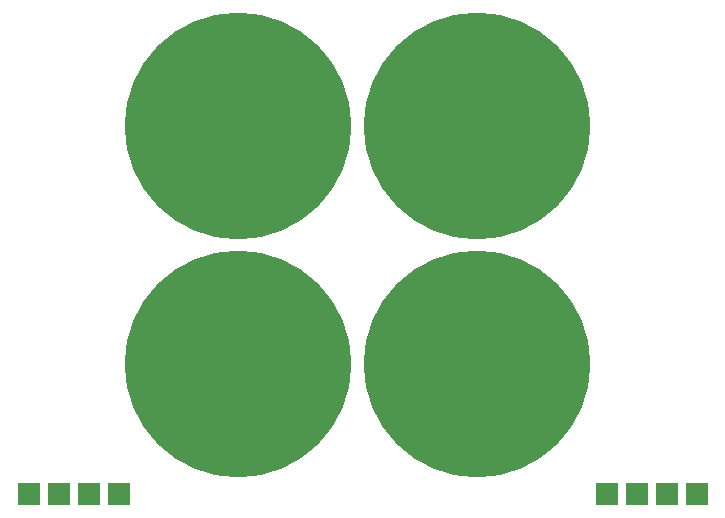
<source format=gbr>
%TF.GenerationSoftware,KiCad,Pcbnew,6.0.4-6f826c9f35~116~ubuntu20.04.1*%
%TF.CreationDate,2022-07-25T08:19:09+00:00*%
%TF.ProjectId,4XLTO1865V02A,34584c54-4f31-4383-9635-563032412e6b,rev?*%
%TF.SameCoordinates,Original*%
%TF.FileFunction,Soldermask,Bot*%
%TF.FilePolarity,Negative*%
%FSLAX46Y46*%
G04 Gerber Fmt 4.6, Leading zero omitted, Abs format (unit mm)*
G04 Created by KiCad (PCBNEW 6.0.4-6f826c9f35~116~ubuntu20.04.1) date 2022-07-25 08:19:09*
%MOMM*%
%LPD*%
G01*
G04 APERTURE LIST*
G04 Aperture macros list*
%AMRoundRect*
0 Rectangle with rounded corners*
0 $1 Rounding radius*
0 $2 $3 $4 $5 $6 $7 $8 $9 X,Y pos of 4 corners*
0 Add a 4 corners polygon primitive as box body*
4,1,4,$2,$3,$4,$5,$6,$7,$8,$9,$2,$3,0*
0 Add four circle primitives for the rounded corners*
1,1,$1+$1,$2,$3*
1,1,$1+$1,$4,$5*
1,1,$1+$1,$6,$7*
1,1,$1+$1,$8,$9*
0 Add four rect primitives between the rounded corners*
20,1,$1+$1,$2,$3,$4,$5,0*
20,1,$1+$1,$4,$5,$6,$7,0*
20,1,$1+$1,$6,$7,$8,$9,0*
20,1,$1+$1,$8,$9,$2,$3,0*%
G04 Aperture macros list end*
%ADD10RoundRect,0.200000X-0.762000X0.762000X-0.762000X-0.762000X0.762000X-0.762000X0.762000X0.762000X0*%
%ADD11C,19.200000*%
G04 APERTURE END LIST*
D10*
%TO.C,J2*%
X9810000Y4500000D03*
X7270000Y4500000D03*
X4730000Y4500000D03*
X2190000Y4500000D03*
%TD*%
D11*
%TO.C,M2*%
X19932000Y15494000D03*
%TD*%
%TO.C,M1*%
X40132000Y15494000D03*
%TD*%
%TO.C,M4*%
X19932000Y35694000D03*
%TD*%
%TO.C,M3*%
X40132000Y35694000D03*
%TD*%
D10*
%TO.C,J3*%
X58770000Y4500000D03*
X56230000Y4500000D03*
X53690000Y4500000D03*
X51150000Y4500000D03*
%TD*%
M02*

</source>
